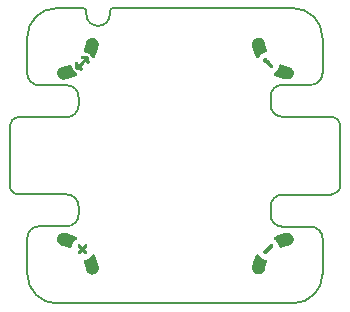
<source format=gto>
%TF.GenerationSoftware,KiCad,Pcbnew,9.0.6-9.0.6~ubuntu22.04.1*%
%TF.CreationDate,2026-01-23T17:01:07+00:00*%
%TF.ProjectId,mm_light_sensor,6d6d5f6c-6967-4687-945f-73656e736f72,v0.4*%
%TF.SameCoordinates,PX8d24d00PY36d6160*%
%TF.FileFunction,Legend,Top*%
%TF.FilePolarity,Positive*%
%FSLAX45Y45*%
G04 Gerber Fmt 4.5, Leading zero omitted, Abs format (unit mm)*
G04 Created by KiCad (PCBNEW 9.0.6-9.0.6~ubuntu22.04.1) date 2026-01-23 17:01:07*
%MOMM*%
%LPD*%
G01*
G04 APERTURE LIST*
%ADD10C,0.200000*%
%ADD11C,0.010000*%
G04 APERTURE END LIST*
D10*
X-750000Y1225000D02*
X-750000Y1200000D01*
X-815000Y427000D02*
X-815000Y497000D01*
X-1400000Y247000D02*
X-1400000Y-247000D01*
X909800Y330000D02*
G75*
G02*
X810000Y430000I-100J99700D01*
G01*
X-1000000Y-1250000D02*
G75*
G02*
X-1250000Y-1000000I-80J249920D01*
G01*
X-775000Y1250000D02*
G75*
G02*
X-750000Y1225000I80J-24920D01*
G01*
X1250000Y700000D02*
X1250000Y1000000D01*
X1000000Y1250000D02*
X-525000Y1250000D01*
X1150000Y-600000D02*
X910000Y-600000D01*
X1320000Y330000D02*
G75*
G02*
X1400000Y250000I110J-79890D01*
G01*
X-914800Y-597000D02*
X-1150000Y-597000D01*
X-1320000Y-327000D02*
G75*
G02*
X-1400000Y-247000I-110J79890D01*
G01*
X-1250000Y-697000D02*
G75*
G02*
X-1150000Y-597000I100040J-40D01*
G01*
X-1150000Y597000D02*
X-914800Y597000D01*
X1150000Y-600000D02*
G75*
G02*
X1250000Y-700000I-40J-100040D01*
G01*
X-775000Y1250000D02*
X-1000000Y1250000D01*
X-1250000Y1000000D02*
G75*
G02*
X-1000000Y1250000I249920J80D01*
G01*
X-1150000Y597000D02*
G75*
G02*
X-1250000Y697000I40J100040D01*
G01*
X-550000Y1200000D02*
X-550000Y1225000D01*
X-1400000Y247000D02*
G75*
G02*
X-1320000Y327000I79890J110D01*
G01*
X1400000Y-250000D02*
X1400000Y250000D01*
X-914800Y597000D02*
G75*
G02*
X-815000Y497000I100J-99700D01*
G01*
X-815000Y427000D02*
G75*
G02*
X-914800Y327000I-100040J40D01*
G01*
X810000Y500000D02*
G75*
G02*
X910000Y600000I100040J-40D01*
G01*
X1320000Y330000D02*
X909800Y330000D01*
X-550000Y1225000D02*
G75*
G02*
X-525000Y1250000I24920J80D01*
G01*
X-1250000Y-697000D02*
X-1250000Y-1000000D01*
X910000Y-330000D02*
X1320000Y-330000D01*
X910000Y-600000D02*
G75*
G02*
X810000Y-500000I40J100040D01*
G01*
X1250000Y700000D02*
G75*
G02*
X1150000Y600000I-100040J40D01*
G01*
X-1320000Y-327000D02*
X-915000Y-327000D01*
X-550000Y1200000D02*
G75*
G02*
X-750000Y1200000I-100000J0D01*
G01*
X1000000Y1250000D02*
G75*
G02*
X1250000Y1000000I80J-249920D01*
G01*
X-814800Y-497000D02*
G75*
G02*
X-914800Y-597000I-100040J40D01*
G01*
X-1250000Y1000000D02*
X-1250000Y697000D01*
X-915000Y-327000D02*
G75*
G02*
X-815000Y-427000I-40J-100040D01*
G01*
X1250000Y-1000000D02*
X1250000Y-700000D01*
X910000Y600000D02*
X1150000Y600000D01*
X810000Y-430000D02*
X810000Y-500000D01*
X-1000000Y-1250000D02*
X1000000Y-1250000D01*
X-914800Y327000D02*
X-1320000Y327000D01*
X1250000Y-1000000D02*
G75*
G02*
X1000000Y-1250000I-249920J-80D01*
G01*
X810000Y500000D02*
X810000Y430000D01*
X810000Y-430000D02*
G75*
G02*
X910000Y-330000I99870J130D01*
G01*
X-814800Y-497000D02*
X-815000Y-427000D01*
X1400000Y-250000D02*
G75*
G02*
X1320000Y-330000I-79890J-110D01*
G01*
D11*
%TO.C,MH3*%
X-692931Y-836394D02*
X-691257Y-837027D01*
X-689695Y-838171D01*
X-688172Y-839891D01*
X-686619Y-842253D01*
X-684964Y-845323D01*
X-684948Y-845354D01*
X-679208Y-857513D01*
X-673866Y-870278D01*
X-668954Y-883549D01*
X-664506Y-897227D01*
X-660557Y-911211D01*
X-657140Y-925402D01*
X-655899Y-931266D01*
X-654818Y-937214D01*
X-654127Y-942527D01*
X-653821Y-947262D01*
X-653897Y-951472D01*
X-654284Y-954831D01*
X-655733Y-961174D01*
X-657871Y-967152D01*
X-660673Y-972730D01*
X-664116Y-977873D01*
X-668175Y-982545D01*
X-672826Y-986712D01*
X-678047Y-990338D01*
X-678878Y-990834D01*
X-684149Y-993463D01*
X-689773Y-995434D01*
X-695641Y-996736D01*
X-701647Y-997358D01*
X-707684Y-997290D01*
X-713646Y-996520D01*
X-719426Y-995039D01*
X-719807Y-994913D01*
X-725413Y-992621D01*
X-730708Y-989641D01*
X-735624Y-986040D01*
X-740091Y-981884D01*
X-744042Y-977239D01*
X-747407Y-972174D01*
X-750118Y-966754D01*
X-750986Y-964554D01*
X-751441Y-963125D01*
X-751994Y-961102D01*
X-752598Y-958674D01*
X-753208Y-956026D01*
X-753776Y-953347D01*
X-753785Y-953303D01*
X-755948Y-943330D01*
X-758307Y-933953D01*
X-760918Y-924988D01*
X-763839Y-916248D01*
X-767123Y-907550D01*
X-769078Y-902780D01*
X-770446Y-899330D01*
X-771384Y-896446D01*
X-771896Y-894035D01*
X-771989Y-891999D01*
X-771668Y-890243D01*
X-770937Y-888671D01*
X-769942Y-887343D01*
X-769047Y-886417D01*
X-768076Y-885650D01*
X-766891Y-884976D01*
X-765351Y-884329D01*
X-763320Y-883640D01*
X-760658Y-882843D01*
X-760569Y-882818D01*
X-754890Y-881049D01*
X-749717Y-879145D01*
X-744763Y-876992D01*
X-741457Y-875373D01*
X-733943Y-871099D01*
X-726785Y-866147D01*
X-720056Y-860579D01*
X-713827Y-854458D01*
X-708173Y-847848D01*
X-705396Y-844116D01*
X-703203Y-841237D01*
X-701170Y-839061D01*
X-699224Y-837537D01*
X-697292Y-836609D01*
X-695302Y-836223D01*
X-694786Y-836205D01*
X-692931Y-836394D01*
G36*
X-692931Y-836394D02*
G01*
X-691257Y-837027D01*
X-689695Y-838171D01*
X-688172Y-839891D01*
X-686619Y-842253D01*
X-684964Y-845323D01*
X-684948Y-845354D01*
X-679208Y-857513D01*
X-673866Y-870278D01*
X-668954Y-883549D01*
X-664506Y-897227D01*
X-660557Y-911211D01*
X-657140Y-925402D01*
X-655899Y-931266D01*
X-654818Y-937214D01*
X-654127Y-942527D01*
X-653821Y-947262D01*
X-653897Y-951472D01*
X-654284Y-954831D01*
X-655733Y-961174D01*
X-657871Y-967152D01*
X-660673Y-972730D01*
X-664116Y-977873D01*
X-668175Y-982545D01*
X-672826Y-986712D01*
X-678047Y-990338D01*
X-678878Y-990834D01*
X-684149Y-993463D01*
X-689773Y-995434D01*
X-695641Y-996736D01*
X-701647Y-997358D01*
X-707684Y-997290D01*
X-713646Y-996520D01*
X-719426Y-995039D01*
X-719807Y-994913D01*
X-725413Y-992621D01*
X-730708Y-989641D01*
X-735624Y-986040D01*
X-740091Y-981884D01*
X-744042Y-977239D01*
X-747407Y-972174D01*
X-750118Y-966754D01*
X-750986Y-964554D01*
X-751441Y-963125D01*
X-751994Y-961102D01*
X-752598Y-958674D01*
X-753208Y-956026D01*
X-753776Y-953347D01*
X-753785Y-953303D01*
X-755948Y-943330D01*
X-758307Y-933953D01*
X-760918Y-924988D01*
X-763839Y-916248D01*
X-767123Y-907550D01*
X-769078Y-902780D01*
X-770446Y-899330D01*
X-771384Y-896446D01*
X-771896Y-894035D01*
X-771989Y-891999D01*
X-771668Y-890243D01*
X-770937Y-888671D01*
X-769942Y-887343D01*
X-769047Y-886417D01*
X-768076Y-885650D01*
X-766891Y-884976D01*
X-765351Y-884329D01*
X-763320Y-883640D01*
X-760658Y-882843D01*
X-760569Y-882818D01*
X-754890Y-881049D01*
X-749717Y-879145D01*
X-744763Y-876992D01*
X-741457Y-875373D01*
X-733943Y-871099D01*
X-726785Y-866147D01*
X-720056Y-860579D01*
X-713827Y-854458D01*
X-708173Y-847848D01*
X-705396Y-844116D01*
X-703203Y-841237D01*
X-701170Y-839061D01*
X-699224Y-837537D01*
X-697292Y-836609D01*
X-695302Y-836223D01*
X-694786Y-836205D01*
X-692931Y-836394D01*
G37*
X-947018Y-654034D02*
X-944850Y-654071D01*
X-942753Y-654172D01*
X-940629Y-654351D01*
X-938376Y-654625D01*
X-935895Y-655011D01*
X-933084Y-655524D01*
X-929843Y-656180D01*
X-926072Y-656996D01*
X-921671Y-657988D01*
X-919832Y-658410D01*
X-908491Y-661261D01*
X-896873Y-664641D01*
X-885164Y-668482D01*
X-873550Y-672718D01*
X-862216Y-677282D01*
X-851349Y-682108D01*
X-844232Y-685549D01*
X-841479Y-686997D01*
X-839376Y-688277D01*
X-837819Y-689468D01*
X-836704Y-690652D01*
X-835927Y-691910D01*
X-835840Y-692096D01*
X-835242Y-693899D01*
X-835247Y-695582D01*
X-835643Y-697006D01*
X-836728Y-698977D01*
X-838560Y-701002D01*
X-841098Y-703036D01*
X-841577Y-703366D01*
X-848900Y-708774D01*
X-855647Y-714694D01*
X-861793Y-721098D01*
X-867315Y-727957D01*
X-872187Y-735240D01*
X-876387Y-742920D01*
X-878938Y-748575D01*
X-880172Y-751694D01*
X-881294Y-754833D01*
X-882369Y-758196D01*
X-883463Y-761983D01*
X-884348Y-765277D01*
X-884880Y-767101D01*
X-885421Y-768406D01*
X-886105Y-769456D01*
X-886850Y-770298D01*
X-888407Y-771642D01*
X-890045Y-772450D01*
X-891876Y-772726D01*
X-894010Y-772476D01*
X-896555Y-771702D01*
X-898798Y-770783D01*
X-910850Y-765838D01*
X-923279Y-761510D01*
X-936143Y-757780D01*
X-949501Y-754630D01*
X-952569Y-754002D01*
X-956037Y-753292D01*
X-958875Y-752660D01*
X-961237Y-752063D01*
X-963276Y-751455D01*
X-965147Y-750793D01*
X-967003Y-750030D01*
X-968387Y-749407D01*
X-973685Y-746533D01*
X-978592Y-743019D01*
X-983050Y-738937D01*
X-987003Y-734359D01*
X-990393Y-729360D01*
X-993164Y-724012D01*
X-995257Y-718387D01*
X-996422Y-713655D01*
X-997234Y-707379D01*
X-997288Y-701216D01*
X-996615Y-695215D01*
X-995250Y-689423D01*
X-993223Y-683890D01*
X-990567Y-678665D01*
X-987315Y-673794D01*
X-983500Y-669328D01*
X-979154Y-665315D01*
X-974310Y-661803D01*
X-969000Y-658840D01*
X-963256Y-656476D01*
X-957111Y-654759D01*
X-956940Y-654722D01*
X-955172Y-654404D01*
X-953248Y-654191D01*
X-950978Y-654072D01*
X-948173Y-654031D01*
X-947018Y-654034D01*
G36*
X-947018Y-654034D02*
G01*
X-944850Y-654071D01*
X-942753Y-654172D01*
X-940629Y-654351D01*
X-938376Y-654625D01*
X-935895Y-655011D01*
X-933084Y-655524D01*
X-929843Y-656180D01*
X-926072Y-656996D01*
X-921671Y-657988D01*
X-919832Y-658410D01*
X-908491Y-661261D01*
X-896873Y-664641D01*
X-885164Y-668482D01*
X-873550Y-672718D01*
X-862216Y-677282D01*
X-851349Y-682108D01*
X-844232Y-685549D01*
X-841479Y-686997D01*
X-839376Y-688277D01*
X-837819Y-689468D01*
X-836704Y-690652D01*
X-835927Y-691910D01*
X-835840Y-692096D01*
X-835242Y-693899D01*
X-835247Y-695582D01*
X-835643Y-697006D01*
X-836728Y-698977D01*
X-838560Y-701002D01*
X-841098Y-703036D01*
X-841577Y-703366D01*
X-848900Y-708774D01*
X-855647Y-714694D01*
X-861793Y-721098D01*
X-867315Y-727957D01*
X-872187Y-735240D01*
X-876387Y-742920D01*
X-878938Y-748575D01*
X-880172Y-751694D01*
X-881294Y-754833D01*
X-882369Y-758196D01*
X-883463Y-761983D01*
X-884348Y-765277D01*
X-884880Y-767101D01*
X-885421Y-768406D01*
X-886105Y-769456D01*
X-886850Y-770298D01*
X-888407Y-771642D01*
X-890045Y-772450D01*
X-891876Y-772726D01*
X-894010Y-772476D01*
X-896555Y-771702D01*
X-898798Y-770783D01*
X-910850Y-765838D01*
X-923279Y-761510D01*
X-936143Y-757780D01*
X-949501Y-754630D01*
X-952569Y-754002D01*
X-956037Y-753292D01*
X-958875Y-752660D01*
X-961237Y-752063D01*
X-963276Y-751455D01*
X-965147Y-750793D01*
X-967003Y-750030D01*
X-968387Y-749407D01*
X-973685Y-746533D01*
X-978592Y-743019D01*
X-983050Y-738937D01*
X-987003Y-734359D01*
X-990393Y-729360D01*
X-993164Y-724012D01*
X-995257Y-718387D01*
X-996422Y-713655D01*
X-997234Y-707379D01*
X-997288Y-701216D01*
X-996615Y-695215D01*
X-995250Y-689423D01*
X-993223Y-683890D01*
X-990567Y-678665D01*
X-987315Y-673794D01*
X-983500Y-669328D01*
X-979154Y-665315D01*
X-974310Y-661803D01*
X-969000Y-658840D01*
X-963256Y-656476D01*
X-957111Y-654759D01*
X-956940Y-654722D01*
X-955172Y-654404D01*
X-953248Y-654191D01*
X-950978Y-654072D01*
X-948173Y-654031D01*
X-947018Y-654034D01*
G37*
X-811451Y-749774D02*
X-810449Y-750050D01*
X-809860Y-750269D01*
X-809261Y-750567D01*
X-808589Y-750998D01*
X-807780Y-751620D01*
X-806771Y-752487D01*
X-805499Y-753655D01*
X-803900Y-755181D01*
X-801912Y-757120D01*
X-799472Y-759528D01*
X-797496Y-761488D01*
X-786681Y-772223D01*
X-776064Y-761703D01*
X-773208Y-758894D01*
X-770632Y-756407D01*
X-768387Y-754286D01*
X-766523Y-752577D01*
X-765088Y-751326D01*
X-764131Y-750579D01*
X-763860Y-750415D01*
X-762045Y-749851D01*
X-759845Y-749625D01*
X-757574Y-749733D01*
X-755548Y-750171D01*
X-754695Y-750529D01*
X-752772Y-751894D01*
X-751094Y-753731D01*
X-749969Y-755663D01*
X-749562Y-757250D01*
X-749399Y-759249D01*
X-749480Y-761317D01*
X-749804Y-763112D01*
X-749989Y-763649D01*
X-750480Y-764400D01*
X-751545Y-765681D01*
X-753173Y-767481D01*
X-755356Y-769791D01*
X-758083Y-772599D01*
X-761347Y-775897D01*
X-761386Y-775936D01*
X-772169Y-786747D01*
X-761586Y-797377D01*
X-758492Y-800504D01*
X-755941Y-803123D01*
X-753899Y-805272D01*
X-752333Y-806989D01*
X-751208Y-808311D01*
X-750490Y-809274D01*
X-750197Y-809783D01*
X-749490Y-812214D01*
X-749381Y-814873D01*
X-749862Y-817471D01*
X-750402Y-818824D01*
X-751968Y-821145D01*
X-754030Y-822867D01*
X-756293Y-823873D01*
X-758062Y-824311D01*
X-759564Y-824415D01*
X-761164Y-824181D01*
X-762498Y-823827D01*
X-763073Y-823640D01*
X-763636Y-823392D01*
X-764251Y-823029D01*
X-764981Y-822496D01*
X-765887Y-821738D01*
X-767032Y-820699D01*
X-768478Y-819326D01*
X-770289Y-817562D01*
X-772525Y-815352D01*
X-775251Y-812643D01*
X-775667Y-812228D01*
X-786681Y-801259D01*
X-797694Y-812228D01*
X-800492Y-815010D01*
X-802792Y-817285D01*
X-804657Y-819107D01*
X-806150Y-820532D01*
X-807333Y-821613D01*
X-808268Y-822407D01*
X-809018Y-822967D01*
X-809645Y-823350D01*
X-810212Y-823611D01*
X-810781Y-823803D01*
X-810863Y-823827D01*
X-812741Y-824292D01*
X-814270Y-824418D01*
X-815817Y-824208D01*
X-817069Y-823873D01*
X-819534Y-822749D01*
X-821522Y-821040D01*
X-822966Y-818841D01*
X-823797Y-816245D01*
X-823978Y-814160D01*
X-823955Y-813044D01*
X-823860Y-812048D01*
X-823643Y-811103D01*
X-823256Y-810141D01*
X-822649Y-809093D01*
X-821771Y-807892D01*
X-820575Y-806470D01*
X-819009Y-804759D01*
X-817026Y-802689D01*
X-814574Y-800195D01*
X-811776Y-797377D01*
X-801193Y-786747D01*
X-811959Y-775936D01*
X-815199Y-772661D01*
X-817875Y-769908D01*
X-820003Y-767659D01*
X-821602Y-765896D01*
X-822687Y-764600D01*
X-823275Y-763753D01*
X-823356Y-763588D01*
X-823943Y-761196D01*
X-823921Y-758591D01*
X-823335Y-756014D01*
X-822230Y-753702D01*
X-821285Y-752487D01*
X-819266Y-750908D01*
X-816836Y-749903D01*
X-814172Y-749512D01*
X-811451Y-749774D01*
G36*
X-811451Y-749774D02*
G01*
X-810449Y-750050D01*
X-809860Y-750269D01*
X-809261Y-750567D01*
X-808589Y-750998D01*
X-807780Y-751620D01*
X-806771Y-752487D01*
X-805499Y-753655D01*
X-803900Y-755181D01*
X-801912Y-757120D01*
X-799472Y-759528D01*
X-797496Y-761488D01*
X-786681Y-772223D01*
X-776064Y-761703D01*
X-773208Y-758894D01*
X-770632Y-756407D01*
X-768387Y-754286D01*
X-766523Y-752577D01*
X-765088Y-751326D01*
X-764131Y-750579D01*
X-763860Y-750415D01*
X-762045Y-749851D01*
X-759845Y-749625D01*
X-757574Y-749733D01*
X-755548Y-750171D01*
X-754695Y-750529D01*
X-752772Y-751894D01*
X-751094Y-753731D01*
X-749969Y-755663D01*
X-749562Y-757250D01*
X-749399Y-759249D01*
X-749480Y-761317D01*
X-749804Y-763112D01*
X-749989Y-763649D01*
X-750480Y-764400D01*
X-751545Y-765681D01*
X-753173Y-767481D01*
X-755356Y-769791D01*
X-758083Y-772599D01*
X-761347Y-775897D01*
X-761386Y-775936D01*
X-772169Y-786747D01*
X-761586Y-797377D01*
X-758492Y-800504D01*
X-755941Y-803123D01*
X-753899Y-805272D01*
X-752333Y-806989D01*
X-751208Y-808311D01*
X-750490Y-809274D01*
X-750197Y-809783D01*
X-749490Y-812214D01*
X-749381Y-814873D01*
X-749862Y-817471D01*
X-750402Y-818824D01*
X-751968Y-821145D01*
X-754030Y-822867D01*
X-756293Y-823873D01*
X-758062Y-824311D01*
X-759564Y-824415D01*
X-761164Y-824181D01*
X-762498Y-823827D01*
X-763073Y-823640D01*
X-763636Y-823392D01*
X-764251Y-823029D01*
X-764981Y-822496D01*
X-765887Y-821738D01*
X-767032Y-820699D01*
X-768478Y-819326D01*
X-770289Y-817562D01*
X-772525Y-815352D01*
X-775251Y-812643D01*
X-775667Y-812228D01*
X-786681Y-801259D01*
X-797694Y-812228D01*
X-800492Y-815010D01*
X-802792Y-817285D01*
X-804657Y-819107D01*
X-806150Y-820532D01*
X-807333Y-821613D01*
X-808268Y-822407D01*
X-809018Y-822967D01*
X-809645Y-823350D01*
X-810212Y-823611D01*
X-810781Y-823803D01*
X-810863Y-823827D01*
X-812741Y-824292D01*
X-814270Y-824418D01*
X-815817Y-824208D01*
X-817069Y-823873D01*
X-819534Y-822749D01*
X-821522Y-821040D01*
X-822966Y-818841D01*
X-823797Y-816245D01*
X-823978Y-814160D01*
X-823955Y-813044D01*
X-823860Y-812048D01*
X-823643Y-811103D01*
X-823256Y-810141D01*
X-822649Y-809093D01*
X-821771Y-807892D01*
X-820575Y-806470D01*
X-819009Y-804759D01*
X-817026Y-802689D01*
X-814574Y-800195D01*
X-811776Y-797377D01*
X-801193Y-786747D01*
X-811959Y-775936D01*
X-815199Y-772661D01*
X-817875Y-769908D01*
X-820003Y-767659D01*
X-821602Y-765896D01*
X-822687Y-764600D01*
X-823275Y-763753D01*
X-823356Y-763588D01*
X-823943Y-761196D01*
X-823921Y-758591D01*
X-823335Y-756014D01*
X-822230Y-753702D01*
X-821285Y-752487D01*
X-819266Y-750908D01*
X-816836Y-749903D01*
X-814172Y-749512D01*
X-811451Y-749774D01*
G37*
%TO.C,MH4*%
X951195Y-653549D02*
X954554Y-653936D01*
X960897Y-655385D01*
X966875Y-657522D01*
X972453Y-660325D01*
X977596Y-663767D01*
X982268Y-667826D01*
X986435Y-672478D01*
X990061Y-677698D01*
X990557Y-678529D01*
X993186Y-683801D01*
X995157Y-689424D01*
X996459Y-695292D01*
X997081Y-701298D01*
X997013Y-707336D01*
X996243Y-713298D01*
X994762Y-719077D01*
X994636Y-719459D01*
X992344Y-725065D01*
X989364Y-730360D01*
X985763Y-735275D01*
X981607Y-739742D01*
X976962Y-743693D01*
X971897Y-747058D01*
X966477Y-749770D01*
X964276Y-750637D01*
X962848Y-751092D01*
X960825Y-751645D01*
X958397Y-752250D01*
X955749Y-752860D01*
X953070Y-753428D01*
X953026Y-753437D01*
X943053Y-755599D01*
X933676Y-757958D01*
X924711Y-760570D01*
X915971Y-763490D01*
X907273Y-766775D01*
X902503Y-768730D01*
X899053Y-770098D01*
X896169Y-771035D01*
X893758Y-771548D01*
X891722Y-771641D01*
X889966Y-771319D01*
X888394Y-770589D01*
X887066Y-769594D01*
X886139Y-768699D01*
X885373Y-767728D01*
X884699Y-766542D01*
X884052Y-765003D01*
X883363Y-762972D01*
X882566Y-760309D01*
X882541Y-760221D01*
X880772Y-754542D01*
X878868Y-749368D01*
X876715Y-744414D01*
X875096Y-741108D01*
X870822Y-733595D01*
X865869Y-726437D01*
X860301Y-719707D01*
X854181Y-713479D01*
X847571Y-707824D01*
X843839Y-705048D01*
X840959Y-702855D01*
X838784Y-700821D01*
X837260Y-698875D01*
X836332Y-696943D01*
X835946Y-694954D01*
X835928Y-694437D01*
X836117Y-692582D01*
X836750Y-690909D01*
X837894Y-689346D01*
X839614Y-687824D01*
X841976Y-686270D01*
X845046Y-684615D01*
X845077Y-684599D01*
X857236Y-678860D01*
X870001Y-673517D01*
X883272Y-668605D01*
X896949Y-664158D01*
X910934Y-660209D01*
X925125Y-656791D01*
X930989Y-655550D01*
X936937Y-654469D01*
X942250Y-653778D01*
X946985Y-653472D01*
X951195Y-653549D01*
G36*
X951195Y-653549D02*
G01*
X954554Y-653936D01*
X960897Y-655385D01*
X966875Y-657522D01*
X972453Y-660325D01*
X977596Y-663767D01*
X982268Y-667826D01*
X986435Y-672478D01*
X990061Y-677698D01*
X990557Y-678529D01*
X993186Y-683801D01*
X995157Y-689424D01*
X996459Y-695292D01*
X997081Y-701298D01*
X997013Y-707336D01*
X996243Y-713298D01*
X994762Y-719077D01*
X994636Y-719459D01*
X992344Y-725065D01*
X989364Y-730360D01*
X985763Y-735275D01*
X981607Y-739742D01*
X976962Y-743693D01*
X971897Y-747058D01*
X966477Y-749770D01*
X964276Y-750637D01*
X962848Y-751092D01*
X960825Y-751645D01*
X958397Y-752250D01*
X955749Y-752860D01*
X953070Y-753428D01*
X953026Y-753437D01*
X943053Y-755599D01*
X933676Y-757958D01*
X924711Y-760570D01*
X915971Y-763490D01*
X907273Y-766775D01*
X902503Y-768730D01*
X899053Y-770098D01*
X896169Y-771035D01*
X893758Y-771548D01*
X891722Y-771641D01*
X889966Y-771319D01*
X888394Y-770589D01*
X887066Y-769594D01*
X886139Y-768699D01*
X885373Y-767728D01*
X884699Y-766542D01*
X884052Y-765003D01*
X883363Y-762972D01*
X882566Y-760309D01*
X882541Y-760221D01*
X880772Y-754542D01*
X878868Y-749368D01*
X876715Y-744414D01*
X875096Y-741108D01*
X870822Y-733595D01*
X865869Y-726437D01*
X860301Y-719707D01*
X854181Y-713479D01*
X847571Y-707824D01*
X843839Y-705048D01*
X840959Y-702855D01*
X838784Y-700821D01*
X837260Y-698875D01*
X836332Y-696943D01*
X835946Y-694954D01*
X835928Y-694437D01*
X836117Y-692582D01*
X836750Y-690909D01*
X837894Y-689346D01*
X839614Y-687824D01*
X841976Y-686270D01*
X845046Y-684615D01*
X845077Y-684599D01*
X857236Y-678860D01*
X870001Y-673517D01*
X883272Y-668605D01*
X896949Y-664158D01*
X910934Y-660209D01*
X925125Y-656791D01*
X930989Y-655550D01*
X936937Y-654469D01*
X942250Y-653778D01*
X946985Y-653472D01*
X951195Y-653549D01*
G37*
X695305Y-834899D02*
X696729Y-835294D01*
X698700Y-836380D01*
X700725Y-838212D01*
X702759Y-840750D01*
X703089Y-841228D01*
X708497Y-848552D01*
X714417Y-855298D01*
X720821Y-861445D01*
X727680Y-866966D01*
X734963Y-871839D01*
X742643Y-876038D01*
X748298Y-878589D01*
X751417Y-879824D01*
X754556Y-880946D01*
X757918Y-882021D01*
X761706Y-883114D01*
X765000Y-884000D01*
X766824Y-884531D01*
X768129Y-885073D01*
X769179Y-885756D01*
X770021Y-886502D01*
X771365Y-888058D01*
X772173Y-889697D01*
X772449Y-891528D01*
X772199Y-893661D01*
X771425Y-896206D01*
X770506Y-898449D01*
X765561Y-910501D01*
X761233Y-922930D01*
X757503Y-935794D01*
X754353Y-949152D01*
X753725Y-952220D01*
X753014Y-955688D01*
X752383Y-958527D01*
X751786Y-960888D01*
X751178Y-962928D01*
X750515Y-964799D01*
X749752Y-966655D01*
X749130Y-968039D01*
X746256Y-973337D01*
X742742Y-978244D01*
X738659Y-982702D01*
X734082Y-986655D01*
X729083Y-990045D01*
X723735Y-992815D01*
X718110Y-994909D01*
X713378Y-996073D01*
X707102Y-996886D01*
X700939Y-996939D01*
X694938Y-996267D01*
X689146Y-994901D01*
X683613Y-992874D01*
X678387Y-990219D01*
X673517Y-986967D01*
X669051Y-983152D01*
X665038Y-978806D01*
X661525Y-973961D01*
X658563Y-968651D01*
X656199Y-962907D01*
X654482Y-956763D01*
X654445Y-956592D01*
X654127Y-954823D01*
X653914Y-952899D01*
X653795Y-950629D01*
X653754Y-947824D01*
X653757Y-946670D01*
X653794Y-944501D01*
X653895Y-942405D01*
X654074Y-940281D01*
X654348Y-938028D01*
X654734Y-935546D01*
X655247Y-932735D01*
X655903Y-929494D01*
X656719Y-925724D01*
X657711Y-921322D01*
X658133Y-919484D01*
X660984Y-908142D01*
X664364Y-896525D01*
X668205Y-884816D01*
X672441Y-873202D01*
X677005Y-861868D01*
X681831Y-851000D01*
X685272Y-843883D01*
X686720Y-841131D01*
X688000Y-839028D01*
X689191Y-837470D01*
X690375Y-836355D01*
X691633Y-835578D01*
X691819Y-835491D01*
X693622Y-834894D01*
X695305Y-834899D01*
G36*
X695305Y-834899D02*
G01*
X696729Y-835294D01*
X698700Y-836380D01*
X700725Y-838212D01*
X702759Y-840750D01*
X703089Y-841228D01*
X708497Y-848552D01*
X714417Y-855298D01*
X720821Y-861445D01*
X727680Y-866966D01*
X734963Y-871839D01*
X742643Y-876038D01*
X748298Y-878589D01*
X751417Y-879824D01*
X754556Y-880946D01*
X757918Y-882021D01*
X761706Y-883114D01*
X765000Y-884000D01*
X766824Y-884531D01*
X768129Y-885073D01*
X769179Y-885756D01*
X770021Y-886502D01*
X771365Y-888058D01*
X772173Y-889697D01*
X772449Y-891528D01*
X772199Y-893661D01*
X771425Y-896206D01*
X770506Y-898449D01*
X765561Y-910501D01*
X761233Y-922930D01*
X757503Y-935794D01*
X754353Y-949152D01*
X753725Y-952220D01*
X753014Y-955688D01*
X752383Y-958527D01*
X751786Y-960888D01*
X751178Y-962928D01*
X750515Y-964799D01*
X749752Y-966655D01*
X749130Y-968039D01*
X746256Y-973337D01*
X742742Y-978244D01*
X738659Y-982702D01*
X734082Y-986655D01*
X729083Y-990045D01*
X723735Y-992815D01*
X718110Y-994909D01*
X713378Y-996073D01*
X707102Y-996886D01*
X700939Y-996939D01*
X694938Y-996267D01*
X689146Y-994901D01*
X683613Y-992874D01*
X678387Y-990219D01*
X673517Y-986967D01*
X669051Y-983152D01*
X665038Y-978806D01*
X661525Y-973961D01*
X658563Y-968651D01*
X656199Y-962907D01*
X654482Y-956763D01*
X654445Y-956592D01*
X654127Y-954823D01*
X653914Y-952899D01*
X653795Y-950629D01*
X653754Y-947824D01*
X653757Y-946670D01*
X653794Y-944501D01*
X653895Y-942405D01*
X654074Y-940281D01*
X654348Y-938028D01*
X654734Y-935546D01*
X655247Y-932735D01*
X655903Y-929494D01*
X656719Y-925724D01*
X657711Y-921322D01*
X658133Y-919484D01*
X660984Y-908142D01*
X664364Y-896525D01*
X668205Y-884816D01*
X672441Y-873202D01*
X677005Y-861868D01*
X681831Y-851000D01*
X685272Y-843883D01*
X686720Y-841131D01*
X688000Y-839028D01*
X689191Y-837470D01*
X690375Y-836355D01*
X691633Y-835578D01*
X691819Y-835491D01*
X693622Y-834894D01*
X695305Y-834899D01*
G37*
X816166Y-746567D02*
X817064Y-746767D01*
X820067Y-747991D01*
X822565Y-749781D01*
X824501Y-752059D01*
X825820Y-754745D01*
X826464Y-757762D01*
X826491Y-759911D01*
X826445Y-760663D01*
X826385Y-761350D01*
X826280Y-762008D01*
X826101Y-762672D01*
X825814Y-763379D01*
X825389Y-764165D01*
X824796Y-765064D01*
X824001Y-766113D01*
X822975Y-767347D01*
X821685Y-768802D01*
X820102Y-770514D01*
X818192Y-772519D01*
X815926Y-774852D01*
X813272Y-777549D01*
X810199Y-780645D01*
X806675Y-784177D01*
X802670Y-788180D01*
X798151Y-792690D01*
X795520Y-795315D01*
X790864Y-799960D01*
X786735Y-804077D01*
X783097Y-807698D01*
X779917Y-810856D01*
X777160Y-813584D01*
X774791Y-815914D01*
X772776Y-817880D01*
X771080Y-819515D01*
X769669Y-820851D01*
X768509Y-821921D01*
X767564Y-822758D01*
X766800Y-823394D01*
X766183Y-823864D01*
X765678Y-824198D01*
X765251Y-824431D01*
X764867Y-824595D01*
X764649Y-824672D01*
X761496Y-825344D01*
X758405Y-825284D01*
X755483Y-824531D01*
X752836Y-823125D01*
X750571Y-821105D01*
X748951Y-818804D01*
X748392Y-817723D01*
X748046Y-816771D01*
X747862Y-815700D01*
X747791Y-814258D01*
X747782Y-812923D01*
X747816Y-810969D01*
X747947Y-809551D01*
X748218Y-808412D01*
X748670Y-807298D01*
X748732Y-807168D01*
X748998Y-806725D01*
X749474Y-806092D01*
X750189Y-805238D01*
X751172Y-804135D01*
X752452Y-802750D01*
X754058Y-801055D01*
X756019Y-799019D01*
X758364Y-796613D01*
X761122Y-793805D01*
X764322Y-790565D01*
X767994Y-786865D01*
X772166Y-782673D01*
X776868Y-777959D01*
X777902Y-776923D01*
X782579Y-772242D01*
X786732Y-768091D01*
X790393Y-764439D01*
X793598Y-761253D01*
X796379Y-758501D01*
X798771Y-756149D01*
X800808Y-754165D01*
X802523Y-752517D01*
X803951Y-751172D01*
X805125Y-750097D01*
X806080Y-749260D01*
X806848Y-748628D01*
X807465Y-748169D01*
X807964Y-747849D01*
X808339Y-747654D01*
X810896Y-746802D01*
X813605Y-746429D01*
X816166Y-746567D01*
G36*
X816166Y-746567D02*
G01*
X817064Y-746767D01*
X820067Y-747991D01*
X822565Y-749781D01*
X824501Y-752059D01*
X825820Y-754745D01*
X826464Y-757762D01*
X826491Y-759911D01*
X826445Y-760663D01*
X826385Y-761350D01*
X826280Y-762008D01*
X826101Y-762672D01*
X825814Y-763379D01*
X825389Y-764165D01*
X824796Y-765064D01*
X824001Y-766113D01*
X822975Y-767347D01*
X821685Y-768802D01*
X820102Y-770514D01*
X818192Y-772519D01*
X815926Y-774852D01*
X813272Y-777549D01*
X810199Y-780645D01*
X806675Y-784177D01*
X802670Y-788180D01*
X798151Y-792690D01*
X795520Y-795315D01*
X790864Y-799960D01*
X786735Y-804077D01*
X783097Y-807698D01*
X779917Y-810856D01*
X777160Y-813584D01*
X774791Y-815914D01*
X772776Y-817880D01*
X771080Y-819515D01*
X769669Y-820851D01*
X768509Y-821921D01*
X767564Y-822758D01*
X766800Y-823394D01*
X766183Y-823864D01*
X765678Y-824198D01*
X765251Y-824431D01*
X764867Y-824595D01*
X764649Y-824672D01*
X761496Y-825344D01*
X758405Y-825284D01*
X755483Y-824531D01*
X752836Y-823125D01*
X750571Y-821105D01*
X748951Y-818804D01*
X748392Y-817723D01*
X748046Y-816771D01*
X747862Y-815700D01*
X747791Y-814258D01*
X747782Y-812923D01*
X747816Y-810969D01*
X747947Y-809551D01*
X748218Y-808412D01*
X748670Y-807298D01*
X748732Y-807168D01*
X748998Y-806725D01*
X749474Y-806092D01*
X750189Y-805238D01*
X751172Y-804135D01*
X752452Y-802750D01*
X754058Y-801055D01*
X756019Y-799019D01*
X758364Y-796613D01*
X761122Y-793805D01*
X764322Y-790565D01*
X767994Y-786865D01*
X772166Y-782673D01*
X776868Y-777959D01*
X777902Y-776923D01*
X782579Y-772242D01*
X786732Y-768091D01*
X790393Y-764439D01*
X793598Y-761253D01*
X796379Y-758501D01*
X798771Y-756149D01*
X800808Y-754165D01*
X802523Y-752517D01*
X803951Y-751172D01*
X805125Y-750097D01*
X806080Y-749260D01*
X806848Y-748628D01*
X807465Y-748169D01*
X807964Y-747849D01*
X808339Y-747654D01*
X810896Y-746802D01*
X813605Y-746429D01*
X816166Y-746567D01*
G37*
%TO.C,MH2*%
X707585Y997561D02*
X713547Y996791D01*
X719327Y995310D01*
X719708Y995184D01*
X725314Y992892D01*
X730609Y989912D01*
X735525Y986311D01*
X739992Y982155D01*
X743943Y977510D01*
X747308Y972445D01*
X750019Y967025D01*
X750887Y964824D01*
X751342Y963396D01*
X751895Y961373D01*
X752500Y958945D01*
X753109Y956297D01*
X753677Y953618D01*
X753686Y953574D01*
X755849Y943601D01*
X758208Y934224D01*
X760820Y925259D01*
X763740Y916519D01*
X767024Y907821D01*
X768979Y903051D01*
X770347Y899601D01*
X771285Y896717D01*
X771798Y894306D01*
X771890Y892270D01*
X771569Y890514D01*
X770838Y888942D01*
X769843Y887614D01*
X768948Y886687D01*
X767977Y885921D01*
X766792Y885247D01*
X765252Y884600D01*
X763221Y883911D01*
X760559Y883114D01*
X760470Y883089D01*
X754791Y881320D01*
X749618Y879416D01*
X744664Y877263D01*
X741358Y875644D01*
X733844Y871370D01*
X726686Y866417D01*
X719957Y860849D01*
X713728Y854729D01*
X708074Y848119D01*
X705297Y844387D01*
X703104Y841507D01*
X701071Y839332D01*
X699125Y837808D01*
X697193Y836880D01*
X695203Y836494D01*
X694687Y836476D01*
X692832Y836665D01*
X691158Y837298D01*
X689596Y838442D01*
X688073Y840162D01*
X686520Y842524D01*
X684865Y845594D01*
X684849Y845625D01*
X679109Y857784D01*
X673767Y870549D01*
X668855Y883820D01*
X664407Y897497D01*
X660458Y911482D01*
X657041Y925673D01*
X655800Y931537D01*
X654719Y937485D01*
X654028Y942798D01*
X653722Y947533D01*
X653798Y951743D01*
X654185Y955102D01*
X655634Y961445D01*
X657772Y967423D01*
X660574Y973001D01*
X664017Y978144D01*
X668076Y982816D01*
X672727Y986983D01*
X677948Y990609D01*
X678779Y991105D01*
X684050Y993734D01*
X689674Y995705D01*
X695542Y997007D01*
X701548Y997629D01*
X707585Y997561D01*
G36*
X707585Y997561D02*
G01*
X713547Y996791D01*
X719327Y995310D01*
X719708Y995184D01*
X725314Y992892D01*
X730609Y989912D01*
X735525Y986311D01*
X739992Y982155D01*
X743943Y977510D01*
X747308Y972445D01*
X750019Y967025D01*
X750887Y964824D01*
X751342Y963396D01*
X751895Y961373D01*
X752500Y958945D01*
X753109Y956297D01*
X753677Y953618D01*
X753686Y953574D01*
X755849Y943601D01*
X758208Y934224D01*
X760820Y925259D01*
X763740Y916519D01*
X767024Y907821D01*
X768979Y903051D01*
X770347Y899601D01*
X771285Y896717D01*
X771798Y894306D01*
X771890Y892270D01*
X771569Y890514D01*
X770838Y888942D01*
X769843Y887614D01*
X768948Y886687D01*
X767977Y885921D01*
X766792Y885247D01*
X765252Y884600D01*
X763221Y883911D01*
X760559Y883114D01*
X760470Y883089D01*
X754791Y881320D01*
X749618Y879416D01*
X744664Y877263D01*
X741358Y875644D01*
X733844Y871370D01*
X726686Y866417D01*
X719957Y860849D01*
X713728Y854729D01*
X708074Y848119D01*
X705297Y844387D01*
X703104Y841507D01*
X701071Y839332D01*
X699125Y837808D01*
X697193Y836880D01*
X695203Y836494D01*
X694687Y836476D01*
X692832Y836665D01*
X691158Y837298D01*
X689596Y838442D01*
X688073Y840162D01*
X686520Y842524D01*
X684865Y845594D01*
X684849Y845625D01*
X679109Y857784D01*
X673767Y870549D01*
X668855Y883820D01*
X664407Y897497D01*
X660458Y911482D01*
X657041Y925673D01*
X655800Y931537D01*
X654719Y937485D01*
X654028Y942798D01*
X653722Y947533D01*
X653798Y951743D01*
X654185Y955102D01*
X655634Y961445D01*
X657772Y967423D01*
X660574Y973001D01*
X664017Y978144D01*
X668076Y982816D01*
X672727Y986983D01*
X677948Y990609D01*
X678779Y991105D01*
X684050Y993734D01*
X689674Y995705D01*
X695542Y997007D01*
X701548Y997629D01*
X707585Y997561D01*
G37*
X760913Y826993D02*
X761599Y826933D01*
X762257Y826828D01*
X762922Y826649D01*
X763629Y826362D01*
X764414Y825937D01*
X765313Y825344D01*
X766362Y824549D01*
X767597Y823523D01*
X769052Y822233D01*
X770764Y820650D01*
X772769Y818740D01*
X775102Y816474D01*
X777798Y813820D01*
X780895Y810747D01*
X784427Y807223D01*
X788430Y803218D01*
X792940Y798699D01*
X795565Y796068D01*
X800210Y791412D01*
X804327Y787283D01*
X807948Y783645D01*
X811106Y780465D01*
X813833Y777708D01*
X816164Y775339D01*
X818130Y773324D01*
X819765Y771628D01*
X821100Y770217D01*
X822170Y769057D01*
X823007Y768112D01*
X823644Y767348D01*
X824113Y766731D01*
X824448Y766226D01*
X824681Y765799D01*
X824845Y765415D01*
X824922Y765197D01*
X825594Y762044D01*
X825534Y758953D01*
X824780Y756031D01*
X823374Y753384D01*
X821355Y751119D01*
X819054Y749499D01*
X817972Y748940D01*
X817021Y748594D01*
X815949Y748410D01*
X814507Y748339D01*
X813172Y748330D01*
X811218Y748364D01*
X809800Y748495D01*
X808662Y748766D01*
X807548Y749218D01*
X807418Y749280D01*
X806975Y749546D01*
X806342Y750022D01*
X805488Y750737D01*
X804384Y751720D01*
X803000Y753000D01*
X801305Y754606D01*
X799269Y756567D01*
X796862Y758912D01*
X794054Y761670D01*
X790815Y764870D01*
X787115Y768542D01*
X782922Y772714D01*
X778209Y777416D01*
X777173Y778450D01*
X772491Y783127D01*
X768341Y787280D01*
X764689Y790941D01*
X761503Y794146D01*
X758750Y796927D01*
X756398Y799319D01*
X754415Y801356D01*
X752766Y803071D01*
X751421Y804499D01*
X750346Y805673D01*
X749509Y806628D01*
X748877Y807396D01*
X748418Y808013D01*
X748099Y808512D01*
X747904Y808887D01*
X747052Y811444D01*
X746679Y814153D01*
X746816Y816714D01*
X747017Y817612D01*
X748241Y820615D01*
X750031Y823113D01*
X752308Y825049D01*
X754995Y826368D01*
X758011Y827012D01*
X760161Y827039D01*
X760913Y826993D01*
G36*
X760913Y826993D02*
G01*
X761599Y826933D01*
X762257Y826828D01*
X762922Y826649D01*
X763629Y826362D01*
X764414Y825937D01*
X765313Y825344D01*
X766362Y824549D01*
X767597Y823523D01*
X769052Y822233D01*
X770764Y820650D01*
X772769Y818740D01*
X775102Y816474D01*
X777798Y813820D01*
X780895Y810747D01*
X784427Y807223D01*
X788430Y803218D01*
X792940Y798699D01*
X795565Y796068D01*
X800210Y791412D01*
X804327Y787283D01*
X807948Y783645D01*
X811106Y780465D01*
X813833Y777708D01*
X816164Y775339D01*
X818130Y773324D01*
X819765Y771628D01*
X821100Y770217D01*
X822170Y769057D01*
X823007Y768112D01*
X823644Y767348D01*
X824113Y766731D01*
X824448Y766226D01*
X824681Y765799D01*
X824845Y765415D01*
X824922Y765197D01*
X825594Y762044D01*
X825534Y758953D01*
X824780Y756031D01*
X823374Y753384D01*
X821355Y751119D01*
X819054Y749499D01*
X817972Y748940D01*
X817021Y748594D01*
X815949Y748410D01*
X814507Y748339D01*
X813172Y748330D01*
X811218Y748364D01*
X809800Y748495D01*
X808662Y748766D01*
X807548Y749218D01*
X807418Y749280D01*
X806975Y749546D01*
X806342Y750022D01*
X805488Y750737D01*
X804384Y751720D01*
X803000Y753000D01*
X801305Y754606D01*
X799269Y756567D01*
X796862Y758912D01*
X794054Y761670D01*
X790815Y764870D01*
X787115Y768542D01*
X782922Y772714D01*
X778209Y777416D01*
X777173Y778450D01*
X772491Y783127D01*
X768341Y787280D01*
X764689Y790941D01*
X761503Y794146D01*
X758750Y796927D01*
X756398Y799319D01*
X754415Y801356D01*
X752766Y803071D01*
X751421Y804499D01*
X750346Y805673D01*
X749509Y806628D01*
X748877Y807396D01*
X748418Y808013D01*
X748099Y808512D01*
X747904Y808887D01*
X747052Y811444D01*
X746679Y814153D01*
X746816Y816714D01*
X747017Y817612D01*
X748241Y820615D01*
X750031Y823113D01*
X752308Y825049D01*
X754995Y826368D01*
X758011Y827012D01*
X760161Y827039D01*
X760913Y826993D01*
G37*
X893911Y772747D02*
X896456Y771973D01*
X898699Y771054D01*
X910751Y766109D01*
X923180Y761781D01*
X936044Y758051D01*
X949402Y754901D01*
X952470Y754273D01*
X955938Y753562D01*
X958776Y752931D01*
X961138Y752334D01*
X963177Y751726D01*
X965048Y751063D01*
X966905Y750300D01*
X968288Y749678D01*
X973586Y746804D01*
X978493Y743290D01*
X982952Y739207D01*
X986904Y734630D01*
X990294Y729631D01*
X993065Y724283D01*
X995158Y718658D01*
X996323Y713926D01*
X997135Y707650D01*
X997189Y701487D01*
X996517Y695486D01*
X995151Y689694D01*
X993124Y684161D01*
X990468Y678935D01*
X987217Y674065D01*
X983402Y669599D01*
X979056Y665586D01*
X974211Y662073D01*
X968901Y659111D01*
X963157Y656747D01*
X957012Y655030D01*
X956841Y654993D01*
X955073Y654675D01*
X953149Y654462D01*
X950879Y654343D01*
X948074Y654302D01*
X946919Y654305D01*
X944751Y654342D01*
X942654Y654443D01*
X940530Y654622D01*
X938277Y654896D01*
X935796Y655282D01*
X932985Y655795D01*
X929744Y656451D01*
X925973Y657267D01*
X921572Y658259D01*
X919733Y658681D01*
X908392Y661532D01*
X896774Y664912D01*
X885065Y668753D01*
X873451Y672989D01*
X862118Y677553D01*
X851250Y682379D01*
X844133Y685820D01*
X841380Y687268D01*
X839277Y688548D01*
X837720Y689739D01*
X836605Y690923D01*
X835828Y692181D01*
X835741Y692367D01*
X835143Y694170D01*
X835148Y695853D01*
X835544Y697277D01*
X836629Y699248D01*
X838461Y701273D01*
X840999Y703307D01*
X841478Y703637D01*
X848801Y709045D01*
X855548Y714965D01*
X861694Y721369D01*
X867216Y728228D01*
X872088Y735511D01*
X876288Y743191D01*
X878839Y748846D01*
X880073Y751965D01*
X881195Y755104D01*
X882270Y758466D01*
X883364Y762254D01*
X884249Y765548D01*
X884781Y767372D01*
X885322Y768677D01*
X886006Y769727D01*
X886751Y770569D01*
X888308Y771913D01*
X889946Y772721D01*
X891777Y772997D01*
X893911Y772747D01*
G36*
X893911Y772747D02*
G01*
X896456Y771973D01*
X898699Y771054D01*
X910751Y766109D01*
X923180Y761781D01*
X936044Y758051D01*
X949402Y754901D01*
X952470Y754273D01*
X955938Y753562D01*
X958776Y752931D01*
X961138Y752334D01*
X963177Y751726D01*
X965048Y751063D01*
X966905Y750300D01*
X968288Y749678D01*
X973586Y746804D01*
X978493Y743290D01*
X982952Y739207D01*
X986904Y734630D01*
X990294Y729631D01*
X993065Y724283D01*
X995158Y718658D01*
X996323Y713926D01*
X997135Y707650D01*
X997189Y701487D01*
X996517Y695486D01*
X995151Y689694D01*
X993124Y684161D01*
X990468Y678935D01*
X987217Y674065D01*
X983402Y669599D01*
X979056Y665586D01*
X974211Y662073D01*
X968901Y659111D01*
X963157Y656747D01*
X957012Y655030D01*
X956841Y654993D01*
X955073Y654675D01*
X953149Y654462D01*
X950879Y654343D01*
X948074Y654302D01*
X946919Y654305D01*
X944751Y654342D01*
X942654Y654443D01*
X940530Y654622D01*
X938277Y654896D01*
X935796Y655282D01*
X932985Y655795D01*
X929744Y656451D01*
X925973Y657267D01*
X921572Y658259D01*
X919733Y658681D01*
X908392Y661532D01*
X896774Y664912D01*
X885065Y668753D01*
X873451Y672989D01*
X862118Y677553D01*
X851250Y682379D01*
X844133Y685820D01*
X841380Y687268D01*
X839277Y688548D01*
X837720Y689739D01*
X836605Y690923D01*
X835828Y692181D01*
X835741Y692367D01*
X835143Y694170D01*
X835148Y695853D01*
X835544Y697277D01*
X836629Y699248D01*
X838461Y701273D01*
X840999Y703307D01*
X841478Y703637D01*
X848801Y709045D01*
X855548Y714965D01*
X861694Y721369D01*
X867216Y728228D01*
X872088Y735511D01*
X876288Y743191D01*
X878839Y748846D01*
X880073Y751965D01*
X881195Y755104D01*
X882270Y758466D01*
X883364Y762254D01*
X884249Y765548D01*
X884781Y767372D01*
X885322Y768677D01*
X886006Y769727D01*
X886751Y770569D01*
X888308Y771913D01*
X889946Y772721D01*
X891777Y772997D01*
X893911Y772747D01*
G37*
%TO.C,MH1*%
X-889984Y771069D02*
X-888412Y770338D01*
X-887084Y769343D01*
X-886157Y768448D01*
X-885391Y767477D01*
X-884717Y766292D01*
X-884070Y764752D01*
X-883381Y762721D01*
X-882584Y760059D01*
X-882559Y759970D01*
X-880790Y754291D01*
X-878886Y749118D01*
X-876733Y744164D01*
X-875114Y740858D01*
X-870840Y733344D01*
X-865887Y726186D01*
X-860319Y719457D01*
X-854199Y713228D01*
X-847589Y707574D01*
X-843857Y704797D01*
X-840977Y702604D01*
X-838802Y700571D01*
X-837278Y698625D01*
X-836350Y696693D01*
X-835964Y694703D01*
X-835946Y694187D01*
X-836135Y692332D01*
X-836768Y690658D01*
X-837912Y689096D01*
X-839632Y687573D01*
X-841994Y686020D01*
X-845064Y684365D01*
X-845095Y684349D01*
X-857254Y678609D01*
X-870019Y673267D01*
X-883290Y668355D01*
X-896967Y663907D01*
X-910952Y659958D01*
X-925143Y656541D01*
X-931007Y655300D01*
X-936955Y654219D01*
X-942268Y653528D01*
X-947003Y653222D01*
X-951213Y653298D01*
X-954572Y653685D01*
X-960915Y655134D01*
X-966893Y657272D01*
X-972471Y660074D01*
X-977614Y663517D01*
X-982286Y667576D01*
X-986453Y672227D01*
X-990079Y677448D01*
X-990575Y678279D01*
X-993204Y683550D01*
X-995175Y689174D01*
X-996477Y695042D01*
X-997099Y701048D01*
X-997031Y707085D01*
X-996261Y713047D01*
X-994780Y718827D01*
X-994654Y719208D01*
X-992362Y724814D01*
X-989382Y730109D01*
X-985781Y735025D01*
X-981625Y739492D01*
X-976980Y743443D01*
X-971915Y746808D01*
X-966495Y749519D01*
X-964294Y750387D01*
X-962866Y750842D01*
X-960843Y751395D01*
X-958415Y751999D01*
X-955767Y752609D01*
X-953088Y753177D01*
X-953044Y753186D01*
X-943071Y755349D01*
X-933694Y757708D01*
X-924729Y760319D01*
X-915989Y763240D01*
X-907291Y766524D01*
X-902521Y768479D01*
X-899071Y769847D01*
X-896187Y770785D01*
X-893776Y771297D01*
X-891740Y771390D01*
X-889984Y771069D01*
G36*
X-889984Y771069D02*
G01*
X-888412Y770338D01*
X-887084Y769343D01*
X-886157Y768448D01*
X-885391Y767477D01*
X-884717Y766292D01*
X-884070Y764752D01*
X-883381Y762721D01*
X-882584Y760059D01*
X-882559Y759970D01*
X-880790Y754291D01*
X-878886Y749118D01*
X-876733Y744164D01*
X-875114Y740858D01*
X-870840Y733344D01*
X-865887Y726186D01*
X-860319Y719457D01*
X-854199Y713228D01*
X-847589Y707574D01*
X-843857Y704797D01*
X-840977Y702604D01*
X-838802Y700571D01*
X-837278Y698625D01*
X-836350Y696693D01*
X-835964Y694703D01*
X-835946Y694187D01*
X-836135Y692332D01*
X-836768Y690658D01*
X-837912Y689096D01*
X-839632Y687573D01*
X-841994Y686020D01*
X-845064Y684365D01*
X-845095Y684349D01*
X-857254Y678609D01*
X-870019Y673267D01*
X-883290Y668355D01*
X-896967Y663907D01*
X-910952Y659958D01*
X-925143Y656541D01*
X-931007Y655300D01*
X-936955Y654219D01*
X-942268Y653528D01*
X-947003Y653222D01*
X-951213Y653298D01*
X-954572Y653685D01*
X-960915Y655134D01*
X-966893Y657272D01*
X-972471Y660074D01*
X-977614Y663517D01*
X-982286Y667576D01*
X-986453Y672227D01*
X-990079Y677448D01*
X-990575Y678279D01*
X-993204Y683550D01*
X-995175Y689174D01*
X-996477Y695042D01*
X-997099Y701048D01*
X-997031Y707085D01*
X-996261Y713047D01*
X-994780Y718827D01*
X-994654Y719208D01*
X-992362Y724814D01*
X-989382Y730109D01*
X-985781Y735025D01*
X-981625Y739492D01*
X-976980Y743443D01*
X-971915Y746808D01*
X-966495Y749519D01*
X-964294Y750387D01*
X-962866Y750842D01*
X-960843Y751395D01*
X-958415Y751999D01*
X-955767Y752609D01*
X-953088Y753177D01*
X-953044Y753186D01*
X-943071Y755349D01*
X-933694Y757708D01*
X-924729Y760319D01*
X-915989Y763240D01*
X-907291Y766524D01*
X-902521Y768479D01*
X-899071Y769847D01*
X-896187Y770785D01*
X-893776Y771297D01*
X-891740Y771390D01*
X-889984Y771069D01*
G37*
X-694956Y996016D02*
X-689164Y994651D01*
X-683631Y992624D01*
X-678405Y989968D01*
X-673535Y986716D01*
X-669069Y982901D01*
X-665056Y978555D01*
X-661543Y973711D01*
X-658581Y968401D01*
X-656217Y962657D01*
X-654500Y956512D01*
X-654463Y956341D01*
X-654145Y954573D01*
X-653932Y952649D01*
X-653813Y950379D01*
X-653772Y947574D01*
X-653775Y946419D01*
X-653812Y944251D01*
X-653913Y942154D01*
X-654092Y940030D01*
X-654366Y937777D01*
X-654752Y935296D01*
X-655265Y932485D01*
X-655921Y929244D01*
X-656737Y925473D01*
X-657729Y921072D01*
X-658151Y919233D01*
X-661002Y907892D01*
X-664382Y896274D01*
X-668223Y884565D01*
X-672459Y872951D01*
X-677023Y861617D01*
X-681849Y850750D01*
X-685290Y843633D01*
X-686738Y840880D01*
X-688018Y838777D01*
X-689209Y837220D01*
X-690393Y836105D01*
X-691651Y835328D01*
X-691837Y835241D01*
X-693640Y834643D01*
X-695323Y834648D01*
X-696747Y835044D01*
X-698718Y836129D01*
X-700743Y837961D01*
X-702777Y840499D01*
X-703107Y840978D01*
X-708515Y848301D01*
X-714435Y855048D01*
X-720839Y861194D01*
X-727698Y866716D01*
X-734981Y871588D01*
X-742661Y875788D01*
X-748316Y878339D01*
X-751435Y879573D01*
X-754574Y880695D01*
X-757936Y881770D01*
X-761724Y882864D01*
X-765018Y883749D01*
X-766842Y884281D01*
X-768147Y884822D01*
X-769197Y885506D01*
X-770039Y886251D01*
X-771383Y887808D01*
X-772191Y889446D01*
X-772467Y891277D01*
X-772217Y893411D01*
X-771443Y895956D01*
X-770524Y898199D01*
X-765579Y910251D01*
X-761251Y922680D01*
X-757521Y935544D01*
X-754371Y948902D01*
X-753743Y951970D01*
X-753032Y955438D01*
X-752401Y958276D01*
X-751804Y960638D01*
X-751196Y962677D01*
X-750533Y964548D01*
X-749770Y966404D01*
X-749148Y967788D01*
X-746274Y973086D01*
X-742760Y977993D01*
X-738677Y982451D01*
X-734100Y986404D01*
X-729101Y989794D01*
X-723753Y992565D01*
X-718128Y994658D01*
X-713396Y995823D01*
X-707120Y996635D01*
X-700957Y996689D01*
X-694956Y996016D01*
G36*
X-694956Y996016D02*
G01*
X-689164Y994651D01*
X-683631Y992624D01*
X-678405Y989968D01*
X-673535Y986716D01*
X-669069Y982901D01*
X-665056Y978555D01*
X-661543Y973711D01*
X-658581Y968401D01*
X-656217Y962657D01*
X-654500Y956512D01*
X-654463Y956341D01*
X-654145Y954573D01*
X-653932Y952649D01*
X-653813Y950379D01*
X-653772Y947574D01*
X-653775Y946419D01*
X-653812Y944251D01*
X-653913Y942154D01*
X-654092Y940030D01*
X-654366Y937777D01*
X-654752Y935296D01*
X-655265Y932485D01*
X-655921Y929244D01*
X-656737Y925473D01*
X-657729Y921072D01*
X-658151Y919233D01*
X-661002Y907892D01*
X-664382Y896274D01*
X-668223Y884565D01*
X-672459Y872951D01*
X-677023Y861617D01*
X-681849Y850750D01*
X-685290Y843633D01*
X-686738Y840880D01*
X-688018Y838777D01*
X-689209Y837220D01*
X-690393Y836105D01*
X-691651Y835328D01*
X-691837Y835241D01*
X-693640Y834643D01*
X-695323Y834648D01*
X-696747Y835044D01*
X-698718Y836129D01*
X-700743Y837961D01*
X-702777Y840499D01*
X-703107Y840978D01*
X-708515Y848301D01*
X-714435Y855048D01*
X-720839Y861194D01*
X-727698Y866716D01*
X-734981Y871588D01*
X-742661Y875788D01*
X-748316Y878339D01*
X-751435Y879573D01*
X-754574Y880695D01*
X-757936Y881770D01*
X-761724Y882864D01*
X-765018Y883749D01*
X-766842Y884281D01*
X-768147Y884822D01*
X-769197Y885506D01*
X-770039Y886251D01*
X-771383Y887808D01*
X-772191Y889446D01*
X-772467Y891277D01*
X-772217Y893411D01*
X-771443Y895956D01*
X-770524Y898199D01*
X-765579Y910251D01*
X-761251Y922680D01*
X-757521Y935544D01*
X-754371Y948902D01*
X-753743Y951970D01*
X-753032Y955438D01*
X-752401Y958276D01*
X-751804Y960638D01*
X-751196Y962677D01*
X-750533Y964548D01*
X-749770Y966404D01*
X-749148Y967788D01*
X-746274Y973086D01*
X-742760Y977993D01*
X-738677Y982451D01*
X-734100Y986404D01*
X-729101Y989794D01*
X-723753Y992565D01*
X-718128Y994658D01*
X-713396Y995823D01*
X-707120Y996635D01*
X-700957Y996689D01*
X-694956Y996016D01*
G37*
X-749308Y846221D02*
X-747600Y846154D01*
X-746248Y846027D01*
X-745180Y845834D01*
X-744324Y845570D01*
X-743607Y845228D01*
X-742955Y844804D01*
X-742296Y844291D01*
X-741969Y844023D01*
X-740882Y842872D01*
X-739850Y841353D01*
X-739020Y839731D01*
X-738538Y838271D01*
X-738473Y837697D01*
X-738386Y837112D01*
X-738137Y835836D01*
X-737744Y833949D01*
X-737225Y831533D01*
X-736596Y828668D01*
X-735876Y825435D01*
X-735083Y821917D01*
X-734306Y818511D01*
X-733243Y813850D01*
X-732357Y809890D01*
X-731637Y806564D01*
X-731074Y803802D01*
X-730658Y801536D01*
X-730377Y799695D01*
X-730223Y798211D01*
X-730184Y797015D01*
X-730250Y796037D01*
X-730412Y795210D01*
X-730660Y794462D01*
X-730733Y794281D01*
X-731915Y792274D01*
X-733606Y790449D01*
X-735459Y789143D01*
X-737295Y788511D01*
X-739520Y788243D01*
X-741816Y788340D01*
X-743870Y788800D01*
X-744652Y789138D01*
X-746260Y790239D01*
X-747798Y791715D01*
X-749013Y793302D01*
X-749492Y794220D01*
X-749726Y794965D01*
X-750095Y796345D01*
X-750567Y798222D01*
X-751105Y800457D01*
X-751676Y802912D01*
X-751768Y803317D01*
X-752314Y805706D01*
X-752804Y807815D01*
X-753209Y809529D01*
X-753503Y810730D01*
X-753657Y811302D01*
X-753670Y811333D01*
X-753939Y811076D01*
X-754612Y810298D01*
X-755603Y809101D01*
X-756827Y807590D01*
X-757617Y806598D01*
X-767578Y794685D01*
X-778137Y783292D01*
X-789295Y772421D01*
X-801051Y762071D01*
X-807038Y757183D01*
X-808749Y755794D01*
X-810191Y754568D01*
X-811271Y753592D01*
X-811893Y752950D01*
X-811999Y752735D01*
X-811541Y752566D01*
X-810428Y752238D01*
X-808777Y751783D01*
X-806705Y751233D01*
X-804327Y750619D01*
X-803362Y750374D01*
X-800267Y749588D01*
X-797837Y748954D01*
X-795966Y748431D01*
X-794549Y747982D01*
X-793480Y747567D01*
X-792653Y747149D01*
X-791962Y746688D01*
X-791302Y746146D01*
X-790952Y745834D01*
X-789229Y743788D01*
X-788161Y741455D01*
X-787731Y738965D01*
X-787919Y736452D01*
X-788707Y734046D01*
X-790076Y731878D01*
X-792008Y730080D01*
X-793291Y729304D01*
X-794404Y728801D01*
X-795519Y728470D01*
X-796747Y728320D01*
X-798196Y728360D01*
X-799978Y728598D01*
X-802203Y729043D01*
X-804981Y729705D01*
X-807926Y730460D01*
X-810751Y731197D01*
X-814135Y732077D01*
X-817870Y733046D01*
X-821746Y734049D01*
X-825556Y735033D01*
X-828934Y735904D01*
X-832622Y736861D01*
X-835625Y737670D01*
X-838030Y738366D01*
X-839923Y738987D01*
X-841391Y739569D01*
X-842521Y740150D01*
X-843400Y740766D01*
X-844114Y741455D01*
X-844749Y742253D01*
X-845130Y742800D01*
X-845526Y743408D01*
X-845857Y744002D01*
X-846124Y744651D01*
X-846330Y745426D01*
X-846477Y746394D01*
X-846566Y747626D01*
X-846600Y749190D01*
X-846580Y751156D01*
X-846509Y753592D01*
X-846388Y756568D01*
X-846220Y760154D01*
X-846007Y764418D01*
X-845844Y767594D01*
X-845633Y771579D01*
X-845421Y775361D01*
X-845214Y778860D01*
X-845016Y781994D01*
X-844833Y784681D01*
X-844672Y786839D01*
X-844536Y788388D01*
X-844431Y789245D01*
X-844411Y789339D01*
X-843415Y791668D01*
X-841858Y793572D01*
X-839870Y795014D01*
X-837582Y795958D01*
X-835125Y796366D01*
X-832631Y796202D01*
X-830229Y795428D01*
X-828051Y794009D01*
X-828000Y793964D01*
X-826562Y792360D01*
X-825446Y790489D01*
X-825390Y790363D01*
X-825069Y789578D01*
X-824840Y788852D01*
X-824695Y788044D01*
X-824624Y787012D01*
X-824616Y785614D01*
X-824662Y783708D01*
X-824753Y781153D01*
X-824754Y781121D01*
X-824856Y778606D01*
X-824971Y776169D01*
X-825087Y774002D01*
X-825196Y772297D01*
X-825264Y771451D01*
X-825361Y770457D01*
X-825382Y769758D01*
X-825251Y769381D01*
X-824891Y769352D01*
X-824224Y769700D01*
X-823175Y770451D01*
X-821667Y771633D01*
X-819623Y773272D01*
X-819237Y773581D01*
X-810930Y780523D01*
X-802721Y787926D01*
X-794731Y795668D01*
X-787081Y803625D01*
X-779889Y811674D01*
X-773276Y819694D01*
X-770015Y823933D01*
X-768864Y825470D01*
X-772421Y825216D01*
X-774125Y825120D01*
X-776370Y825029D01*
X-778903Y824952D01*
X-781471Y824898D01*
X-782328Y824885D01*
X-784846Y824868D01*
X-786716Y824895D01*
X-788083Y824978D01*
X-789093Y825127D01*
X-789889Y825355D01*
X-790265Y825507D01*
X-792545Y826924D01*
X-794390Y828897D01*
X-795694Y831266D01*
X-796351Y833866D01*
X-796409Y834897D01*
X-796046Y837470D01*
X-795030Y839898D01*
X-793475Y842009D01*
X-791493Y843631D01*
X-790362Y844210D01*
X-789878Y844400D01*
X-789359Y844564D01*
X-788736Y844707D01*
X-787945Y844833D01*
X-786917Y844948D01*
X-785587Y845055D01*
X-783887Y845159D01*
X-781750Y845264D01*
X-779110Y845375D01*
X-775901Y845495D01*
X-772055Y845631D01*
X-767505Y845785D01*
X-765749Y845844D01*
X-761165Y845995D01*
X-757302Y846115D01*
X-754086Y846196D01*
X-751446Y846233D01*
X-749308Y846221D01*
G36*
X-749308Y846221D02*
G01*
X-747600Y846154D01*
X-746248Y846027D01*
X-745180Y845834D01*
X-744324Y845570D01*
X-743607Y845228D01*
X-742955Y844804D01*
X-742296Y844291D01*
X-741969Y844023D01*
X-740882Y842872D01*
X-739850Y841353D01*
X-739020Y839731D01*
X-738538Y838271D01*
X-738473Y837697D01*
X-738386Y837112D01*
X-738137Y835836D01*
X-737744Y833949D01*
X-737225Y831533D01*
X-736596Y828668D01*
X-735876Y825435D01*
X-735083Y821917D01*
X-734306Y818511D01*
X-733243Y813850D01*
X-732357Y809890D01*
X-731637Y806564D01*
X-731074Y803802D01*
X-730658Y801536D01*
X-730377Y799695D01*
X-730223Y798211D01*
X-730184Y797015D01*
X-730250Y796037D01*
X-730412Y795210D01*
X-730660Y794462D01*
X-730733Y794281D01*
X-731915Y792274D01*
X-733606Y790449D01*
X-735459Y789143D01*
X-737295Y788511D01*
X-739520Y788243D01*
X-741816Y788340D01*
X-743870Y788800D01*
X-744652Y789138D01*
X-746260Y790239D01*
X-747798Y791715D01*
X-749013Y793302D01*
X-749492Y794220D01*
X-749726Y794965D01*
X-750095Y796345D01*
X-750567Y798222D01*
X-751105Y800457D01*
X-751676Y802912D01*
X-751768Y803317D01*
X-752314Y805706D01*
X-752804Y807815D01*
X-753209Y809529D01*
X-753503Y810730D01*
X-753657Y811302D01*
X-753670Y811333D01*
X-753939Y811076D01*
X-754612Y810298D01*
X-755603Y809101D01*
X-756827Y807590D01*
X-757617Y806598D01*
X-767578Y794685D01*
X-778137Y783292D01*
X-789295Y772421D01*
X-801051Y762071D01*
X-807038Y757183D01*
X-808749Y755794D01*
X-810191Y754568D01*
X-811271Y753592D01*
X-811893Y752950D01*
X-811999Y752735D01*
X-811541Y752566D01*
X-810428Y752238D01*
X-808777Y751783D01*
X-806705Y751233D01*
X-804327Y750619D01*
X-803362Y750374D01*
X-800267Y749588D01*
X-797837Y748954D01*
X-795966Y748431D01*
X-794549Y747982D01*
X-793480Y747567D01*
X-792653Y747149D01*
X-791962Y746688D01*
X-791302Y746146D01*
X-790952Y745834D01*
X-789229Y743788D01*
X-788161Y741455D01*
X-787731Y738965D01*
X-787919Y736452D01*
X-788707Y734046D01*
X-790076Y731878D01*
X-792008Y730080D01*
X-793291Y729304D01*
X-794404Y728801D01*
X-795519Y728470D01*
X-796747Y728320D01*
X-798196Y728360D01*
X-799978Y728598D01*
X-802203Y729043D01*
X-804981Y729705D01*
X-807926Y730460D01*
X-810751Y731197D01*
X-814135Y732077D01*
X-817870Y733046D01*
X-821746Y734049D01*
X-825556Y735033D01*
X-828934Y735904D01*
X-832622Y736861D01*
X-835625Y737670D01*
X-838030Y738366D01*
X-839923Y738987D01*
X-841391Y739569D01*
X-842521Y740150D01*
X-843400Y740766D01*
X-844114Y741455D01*
X-844749Y742253D01*
X-845130Y742800D01*
X-845526Y743408D01*
X-845857Y744002D01*
X-846124Y744651D01*
X-846330Y745426D01*
X-846477Y746394D01*
X-846566Y747626D01*
X-846600Y749190D01*
X-846580Y751156D01*
X-846509Y753592D01*
X-846388Y756568D01*
X-846220Y760154D01*
X-846007Y764418D01*
X-845844Y767594D01*
X-845633Y771579D01*
X-845421Y775361D01*
X-845214Y778860D01*
X-845016Y781994D01*
X-844833Y784681D01*
X-844672Y786839D01*
X-844536Y788388D01*
X-844431Y789245D01*
X-844411Y789339D01*
X-843415Y791668D01*
X-841858Y793572D01*
X-839870Y795014D01*
X-837582Y795958D01*
X-835125Y796366D01*
X-832631Y796202D01*
X-830229Y795428D01*
X-828051Y794009D01*
X-828000Y793964D01*
X-826562Y792360D01*
X-825446Y790489D01*
X-825390Y790363D01*
X-825069Y789578D01*
X-824840Y788852D01*
X-824695Y788044D01*
X-824624Y787012D01*
X-824616Y785614D01*
X-824662Y783708D01*
X-824753Y781153D01*
X-824754Y781121D01*
X-824856Y778606D01*
X-824971Y776169D01*
X-825087Y774002D01*
X-825196Y772297D01*
X-825264Y771451D01*
X-825361Y770457D01*
X-825382Y769758D01*
X-825251Y769381D01*
X-824891Y769352D01*
X-824224Y769700D01*
X-823175Y770451D01*
X-821667Y771633D01*
X-819623Y773272D01*
X-819237Y773581D01*
X-810930Y780523D01*
X-802721Y787926D01*
X-794731Y795668D01*
X-787081Y803625D01*
X-779889Y811674D01*
X-773276Y819694D01*
X-770015Y823933D01*
X-768864Y825470D01*
X-772421Y825216D01*
X-774125Y825120D01*
X-776370Y825029D01*
X-778903Y824952D01*
X-781471Y824898D01*
X-782328Y824885D01*
X-784846Y824868D01*
X-786716Y824895D01*
X-788083Y824978D01*
X-789093Y825127D01*
X-789889Y825355D01*
X-790265Y825507D01*
X-792545Y826924D01*
X-794390Y828897D01*
X-795694Y831266D01*
X-796351Y833866D01*
X-796409Y834897D01*
X-796046Y837470D01*
X-795030Y839898D01*
X-793475Y842009D01*
X-791493Y843631D01*
X-790362Y844210D01*
X-789878Y844400D01*
X-789359Y844564D01*
X-788736Y844707D01*
X-787945Y844833D01*
X-786917Y844948D01*
X-785587Y845055D01*
X-783887Y845159D01*
X-781750Y845264D01*
X-779110Y845375D01*
X-775901Y845495D01*
X-772055Y845631D01*
X-767505Y845785D01*
X-765749Y845844D01*
X-761165Y845995D01*
X-757302Y846115D01*
X-754086Y846196D01*
X-751446Y846233D01*
X-749308Y846221D01*
G37*
%TD*%
M02*

</source>
